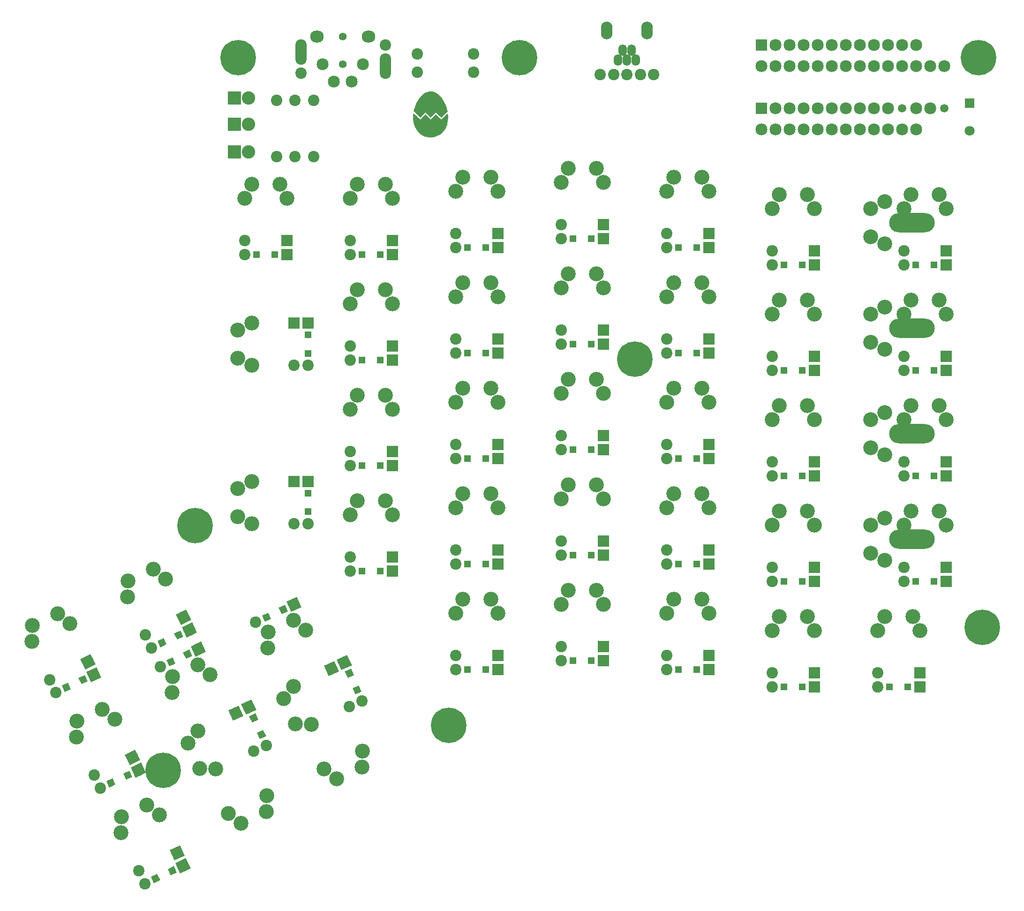
<source format=gbr>
G04 #@! TF.GenerationSoftware,KiCad,Pcbnew,(2017-04-04 revision 5dbfc0233)-makepkg*
G04 #@! TF.CreationDate,2017-04-22T22:17:14+08:00*
G04 #@! TF.ProjectId,ErgoDone,4572676F446F6E652E6B696361645F70,rev?*
G04 #@! TF.FileFunction,Soldermask,Bot*
G04 #@! TF.FilePolarity,Negative*
%FSLAX46Y46*%
G04 Gerber Fmt 4.6, Leading zero omitted, Abs format (unit mm)*
G04 Created by KiCad (PCBNEW (2017-04-04 revision 5dbfc0233)-makepkg) date 04/22/17 22:17:14*
%MOMM*%
%LPD*%
G01*
G04 APERTURE LIST*
%ADD10C,0.150000*%
%ADD11C,2.000000*%
%ADD12C,0.010000*%
%ADD13C,6.406400*%
%ADD14C,2.057400*%
%ADD15C,1.244600*%
%ADD16C,2.692400*%
%ADD17R,2.159000X2.159000*%
%ADD18C,2.159000*%
%ADD19O,2.463800X2.159000*%
%ADD20C,1.397000*%
%ADD21R,2.057400X2.057400*%
%ADD22R,1.244600X1.244600*%
%ADD23C,1.498600*%
%ADD24R,2.406400X2.406400*%
%ADD25C,2.406400*%
%ADD26O,1.549400X2.057400*%
%ADD27O,2.108200X3.200400*%
%ADD28R,1.806400X1.806400*%
%ADD29C,1.806400*%
%ADD30C,2.689860*%
%ADD31C,2.687320*%
%ADD32O,8.242300X3.479800*%
G04 APERTURE END LIST*
D10*
D11*
X78740000Y-37465000D02*
X78740000Y-34925000D01*
X93980000Y-40005000D02*
X93980000Y-37465000D01*
D12*
G36*
X99183192Y-47320749D02*
X99355496Y-47471896D01*
X99585028Y-47690626D01*
X99709662Y-47814662D01*
X100255099Y-48364991D01*
X100725892Y-47899110D01*
X101196686Y-47433229D01*
X102117314Y-48365437D01*
X102606824Y-47881036D01*
X103096333Y-47396634D01*
X103585617Y-47880812D01*
X104074901Y-48364991D01*
X104622168Y-47812815D01*
X104879655Y-47555134D01*
X105043757Y-47403991D01*
X105140200Y-47345563D01*
X105194705Y-47366027D01*
X105232997Y-47451559D01*
X105242395Y-47479518D01*
X105268149Y-47676765D01*
X105264912Y-47994978D01*
X105233458Y-48388429D01*
X105225922Y-48454768D01*
X105075863Y-49243278D01*
X104824193Y-49903450D01*
X104464865Y-50446739D01*
X103991828Y-50884600D01*
X103913474Y-50939995D01*
X103303500Y-51258689D01*
X102627834Y-51440699D01*
X101929874Y-51478653D01*
X101312351Y-51381896D01*
X100661233Y-51122623D01*
X100102315Y-50727823D01*
X99648299Y-50211484D01*
X99311888Y-49587589D01*
X99126107Y-48974666D01*
X99083130Y-48697577D01*
X99053160Y-48364729D01*
X99036857Y-48016682D01*
X99034881Y-47693996D01*
X99047892Y-47437230D01*
X99076549Y-47286944D01*
X99098279Y-47264333D01*
X99183192Y-47320749D01*
X99183192Y-47320749D01*
G37*
X99183192Y-47320749D02*
X99355496Y-47471896D01*
X99585028Y-47690626D01*
X99709662Y-47814662D01*
X100255099Y-48364991D01*
X100725892Y-47899110D01*
X101196686Y-47433229D01*
X102117314Y-48365437D01*
X102606824Y-47881036D01*
X103096333Y-47396634D01*
X103585617Y-47880812D01*
X104074901Y-48364991D01*
X104622168Y-47812815D01*
X104879655Y-47555134D01*
X105043757Y-47403991D01*
X105140200Y-47345563D01*
X105194705Y-47366027D01*
X105232997Y-47451559D01*
X105242395Y-47479518D01*
X105268149Y-47676765D01*
X105264912Y-47994978D01*
X105233458Y-48388429D01*
X105225922Y-48454768D01*
X105075863Y-49243278D01*
X104824193Y-49903450D01*
X104464865Y-50446739D01*
X103991828Y-50884600D01*
X103913474Y-50939995D01*
X103303500Y-51258689D01*
X102627834Y-51440699D01*
X101929874Y-51478653D01*
X101312351Y-51381896D01*
X100661233Y-51122623D01*
X100102315Y-50727823D01*
X99648299Y-50211484D01*
X99311888Y-49587589D01*
X99126107Y-48974666D01*
X99083130Y-48697577D01*
X99053160Y-48364729D01*
X99036857Y-48016682D01*
X99034881Y-47693996D01*
X99047892Y-47437230D01*
X99076549Y-47286944D01*
X99098279Y-47264333D01*
X99183192Y-47320749D01*
G36*
X102450398Y-43280467D02*
X102983045Y-43454025D01*
X103488349Y-43771545D01*
X103946173Y-44225659D01*
X104062180Y-44375014D01*
X104332838Y-44788000D01*
X104598212Y-45269623D01*
X104830397Y-45762805D01*
X105001494Y-46210464D01*
X105058826Y-46413886D01*
X105158995Y-46847840D01*
X104616948Y-47394749D01*
X104074901Y-47941657D01*
X103096333Y-46973301D01*
X102606824Y-47457702D01*
X102117314Y-47942104D01*
X101196686Y-47009896D01*
X100255276Y-47941482D01*
X99673073Y-47354784D01*
X99090870Y-46768085D01*
X99322551Y-46106043D01*
X99618791Y-45395940D01*
X99981319Y-44749940D01*
X100391339Y-44192766D01*
X100830060Y-43749140D01*
X101278687Y-43443785D01*
X101383625Y-43394719D01*
X101910545Y-43258242D01*
X102450398Y-43280467D01*
X102450398Y-43280467D01*
G37*
X102450398Y-43280467D02*
X102983045Y-43454025D01*
X103488349Y-43771545D01*
X103946173Y-44225659D01*
X104062180Y-44375014D01*
X104332838Y-44788000D01*
X104598212Y-45269623D01*
X104830397Y-45762805D01*
X105001494Y-46210464D01*
X105058826Y-46413886D01*
X105158995Y-46847840D01*
X104616948Y-47394749D01*
X104074901Y-47941657D01*
X103096333Y-46973301D01*
X102606824Y-47457702D01*
X102117314Y-47942104D01*
X101196686Y-47009896D01*
X100255276Y-47941482D01*
X99673073Y-47354784D01*
X99090870Y-46768085D01*
X99322551Y-46106043D01*
X99618791Y-45395940D01*
X99981319Y-44749940D01*
X100391339Y-44192766D01*
X100830060Y-43749140D01*
X101278687Y-43443785D01*
X101383625Y-43394719D01*
X101910545Y-43258242D01*
X102450398Y-43280467D01*
D13*
X139039600Y-91592400D03*
X201777600Y-140055600D03*
X53848000Y-165836600D03*
X59664600Y-121666000D03*
X105435400Y-157759400D03*
X201142600Y-37134800D03*
X118211600Y-37134800D03*
X67411600Y-37134800D03*
D14*
X78740000Y-40005000D03*
X78740000Y-37465000D03*
X78740000Y-34925000D03*
X93980000Y-40005000D03*
X93980000Y-37465000D03*
X93980000Y-34925000D03*
X53341367Y-147187736D03*
D15*
X55286576Y-146280670D03*
D10*
G36*
X54985576Y-147107661D02*
X54459585Y-145979670D01*
X55587576Y-145453679D01*
X56113567Y-146581670D01*
X54985576Y-147107661D01*
X54985576Y-147107661D01*
G37*
D14*
X60247433Y-143967384D03*
D10*
G36*
X59749862Y-145334450D02*
X58880367Y-143469813D01*
X60745004Y-142600318D01*
X61614499Y-144464955D01*
X59749862Y-145334450D01*
X59749862Y-145334450D01*
G37*
D15*
X58302224Y-144874450D03*
D10*
G36*
X58001224Y-145701441D02*
X57475233Y-144573450D01*
X58603224Y-144047459D01*
X59129215Y-145175450D01*
X58001224Y-145701441D01*
X58001224Y-145701441D01*
G37*
D14*
X70605747Y-139135936D03*
D15*
X72550956Y-138228870D03*
D10*
G36*
X72249956Y-139055861D02*
X71723965Y-137927870D01*
X72851956Y-137401879D01*
X73377947Y-138529870D01*
X72249956Y-139055861D01*
X72249956Y-139055861D01*
G37*
D14*
X77511813Y-135915584D03*
D10*
G36*
X77014242Y-137282650D02*
X76144747Y-135418013D01*
X78009384Y-134548518D01*
X78878879Y-136413155D01*
X77014242Y-137282650D01*
X77014242Y-137282650D01*
G37*
D15*
X75566604Y-136822650D03*
D10*
G36*
X75265604Y-137649641D02*
X74739613Y-136521650D01*
X75867604Y-135995659D01*
X76393595Y-137123650D01*
X75265604Y-137649641D01*
X75265604Y-137649641D01*
G37*
D16*
X77434621Y-138754526D03*
X72753017Y-143740174D03*
X79659082Y-140519823D03*
X72830577Y-140901427D03*
X60170241Y-146806326D03*
X55488637Y-151791974D03*
X62394702Y-148571623D03*
X55566197Y-148953227D03*
X85176179Y-167376434D03*
X89857783Y-162390786D03*
X82951718Y-165611137D03*
X89780223Y-165229533D03*
X67909259Y-175425694D03*
X72590863Y-170440046D03*
X65684798Y-173660397D03*
X72513303Y-173278793D03*
D14*
X74365000Y-44845000D03*
X74365000Y-55005000D03*
X77665000Y-44845000D03*
X77665000Y-55005000D03*
X81065000Y-44845000D03*
X81065000Y-55005000D03*
X99785000Y-36505000D03*
X109945000Y-36505000D03*
X99792000Y-39791000D03*
X109952000Y-39791000D03*
D17*
X161925000Y-34925000D03*
D18*
X164465000Y-34925000D03*
X167005000Y-34925000D03*
X169545000Y-34925000D03*
X172085000Y-34925000D03*
X174625000Y-34925000D03*
X177165000Y-34925000D03*
X179705000Y-34925000D03*
X182245000Y-34925000D03*
X184785000Y-34925000D03*
X187325000Y-34925000D03*
X189865000Y-34925000D03*
X189865000Y-50165000D03*
X187325000Y-50165000D03*
X184785000Y-50165000D03*
X182245000Y-50165000D03*
X179705000Y-50165000D03*
X177165000Y-50165000D03*
X174625000Y-50165000D03*
X167005000Y-50165000D03*
X164465000Y-50165000D03*
X161925000Y-50165000D03*
X172085000Y-50165000D03*
X169545000Y-50165000D03*
D19*
X90957400Y-33375600D03*
D18*
X82702400Y-38379400D03*
X87909400Y-41478200D03*
D19*
X81661000Y-33375600D03*
D18*
X84709000Y-41478200D03*
X89916000Y-38379400D03*
D20*
X86309200Y-33375600D03*
X86309200Y-38379400D03*
D16*
X74930000Y-60020200D03*
X68580000Y-62560200D03*
X76200000Y-62560200D03*
X69850000Y-60020200D03*
D14*
X68580000Y-70180200D03*
D21*
X76200000Y-70180200D03*
D14*
X68580000Y-72720200D03*
D21*
X76200000Y-72720200D03*
D22*
X70726300Y-72720200D03*
X74053700Y-72720200D03*
D16*
X67310000Y-86370160D03*
X69850000Y-92720160D03*
X69850000Y-85100160D03*
X67310000Y-91450160D03*
D14*
X77470000Y-92720160D03*
D21*
X77470000Y-85100160D03*
D14*
X80010000Y-92720160D03*
D21*
X80010000Y-85100160D03*
D22*
X80010000Y-90573860D03*
X80010000Y-87246460D03*
D16*
X67310000Y-114945160D03*
X69850000Y-121295160D03*
X69850000Y-113675160D03*
X67310000Y-120025160D03*
D14*
X77470000Y-121295160D03*
D21*
X77470000Y-113675160D03*
D14*
X80010000Y-121295160D03*
D21*
X80010000Y-113675160D03*
D22*
X80010000Y-119148860D03*
X80010000Y-115821460D03*
D16*
X189230000Y-138122660D03*
X182880000Y-140662660D03*
X190500000Y-140662660D03*
X184150000Y-138122660D03*
D14*
X182880000Y-148282660D03*
D21*
X190500000Y-148282660D03*
D14*
X182880000Y-150822660D03*
D21*
X190500000Y-150822660D03*
D22*
X185026300Y-150822660D03*
X188353700Y-150822660D03*
D16*
X93980000Y-79067660D03*
X87630000Y-81607660D03*
X95250000Y-81607660D03*
X88900000Y-79067660D03*
D14*
X87630000Y-89227660D03*
D21*
X95250000Y-89227660D03*
D14*
X87630000Y-91767660D03*
D21*
X95250000Y-91767660D03*
D22*
X89776300Y-91767660D03*
X93103700Y-91767660D03*
D16*
X42903321Y-154855586D03*
X38221717Y-159841234D03*
X45127782Y-156620883D03*
X38299277Y-157002487D03*
D14*
X41442068Y-166747299D03*
X48348133Y-163526948D03*
D10*
G36*
X47850562Y-164894014D02*
X46981067Y-163029377D01*
X48845704Y-162159882D01*
X49715199Y-164024519D01*
X47850562Y-164894014D01*
X47850562Y-164894014D01*
G37*
D14*
X42515518Y-169049321D03*
X49421584Y-165828970D03*
D10*
G36*
X48924013Y-167196036D02*
X48054518Y-165331399D01*
X49919155Y-164461904D01*
X50788650Y-166326541D01*
X48924013Y-167196036D01*
X48924013Y-167196036D01*
G37*
D15*
X44460727Y-168142255D03*
D10*
G36*
X44159727Y-168969246D02*
X43633736Y-167841255D01*
X44761727Y-167315264D01*
X45287718Y-168443255D01*
X44159727Y-168969246D01*
X44159727Y-168969246D01*
G37*
D15*
X47476375Y-166736035D03*
D10*
G36*
X47175375Y-167563026D02*
X46649384Y-166435035D01*
X47777375Y-165909044D01*
X48303366Y-167037035D01*
X47175375Y-167563026D01*
X47175375Y-167563026D01*
G37*
D16*
X50955121Y-172122506D03*
X46273517Y-177108154D03*
X53179582Y-173887803D03*
X46351077Y-174269407D03*
D14*
X49493868Y-184014219D03*
X56399933Y-180793868D03*
D10*
G36*
X55902362Y-182160934D02*
X55032867Y-180296297D01*
X56897504Y-179426802D01*
X57766999Y-181291439D01*
X55902362Y-182160934D01*
X55902362Y-182160934D01*
G37*
D14*
X50567318Y-186316241D03*
X57473384Y-183095890D03*
D10*
G36*
X56975813Y-184462956D02*
X56106318Y-182598319D01*
X57970955Y-181728824D01*
X58840450Y-183593461D01*
X56975813Y-184462956D01*
X56975813Y-184462956D01*
G37*
D15*
X52512527Y-185409175D03*
D10*
G36*
X52211527Y-186236166D02*
X51685536Y-185108175D01*
X52813527Y-184582184D01*
X53339518Y-185710175D01*
X52211527Y-186236166D01*
X52211527Y-186236166D01*
G37*
D15*
X55528175Y-184002955D03*
D10*
G36*
X55227175Y-184829946D02*
X54701184Y-183701955D01*
X55829175Y-183175964D01*
X56355166Y-184303955D01*
X55227175Y-184829946D01*
X55227175Y-184829946D01*
G37*
D16*
X34854061Y-137591206D03*
X30172457Y-142576854D03*
X37078522Y-139356503D03*
X30250017Y-139738107D03*
D14*
X33392808Y-149482919D03*
X40298873Y-146262568D03*
D10*
G36*
X39801302Y-147629634D02*
X38931807Y-145764997D01*
X40796444Y-144895502D01*
X41665939Y-146760139D01*
X39801302Y-147629634D01*
X39801302Y-147629634D01*
G37*
D14*
X34466258Y-151784941D03*
X41372324Y-148564590D03*
D10*
G36*
X40874753Y-149931656D02*
X40005258Y-148067019D01*
X41869895Y-147197524D01*
X42739390Y-149062161D01*
X40874753Y-149931656D01*
X40874753Y-149931656D01*
G37*
D15*
X36411467Y-150877875D03*
D10*
G36*
X36110467Y-151704866D02*
X35584476Y-150576875D01*
X36712467Y-150050884D01*
X37238458Y-151178875D01*
X36110467Y-151704866D01*
X36110467Y-151704866D01*
G37*
D15*
X39427115Y-149471655D03*
D10*
G36*
X39126115Y-150298646D02*
X38600124Y-149170655D01*
X39728115Y-148644664D01*
X40254106Y-149772655D01*
X39126115Y-150298646D01*
X39126115Y-150298646D01*
G37*
D16*
X52118441Y-129541946D03*
X47436837Y-134527594D03*
X54342902Y-131307243D03*
X47514397Y-131688847D03*
D14*
X50657188Y-141433659D03*
X57563253Y-138213308D03*
D10*
G36*
X57065682Y-139580374D02*
X56196187Y-137715737D01*
X58060824Y-136846242D01*
X58930319Y-138710879D01*
X57065682Y-139580374D01*
X57065682Y-139580374D01*
G37*
D14*
X51730638Y-143735681D03*
X58636704Y-140515330D03*
D10*
G36*
X58139133Y-141882396D02*
X57269638Y-140017759D01*
X59134275Y-139148264D01*
X60003770Y-141012901D01*
X58139133Y-141882396D01*
X58139133Y-141882396D01*
G37*
D15*
X53675847Y-142828615D03*
D10*
G36*
X53374847Y-143655606D02*
X52848856Y-142527615D01*
X53976847Y-142001624D01*
X54502838Y-143129615D01*
X53374847Y-143655606D01*
X53374847Y-143655606D01*
G37*
D15*
X56691495Y-141422395D03*
D10*
G36*
X56390495Y-142249386D02*
X55864504Y-141121395D01*
X56992495Y-140595404D01*
X57518486Y-141723395D01*
X56390495Y-142249386D01*
X56390495Y-142249386D01*
G37*
D16*
X170180000Y-61925200D03*
X163830000Y-64465200D03*
X171450000Y-64465200D03*
X165100000Y-61925200D03*
D14*
X163830000Y-72085200D03*
D21*
X171450000Y-72085200D03*
D14*
X163830000Y-74625200D03*
D21*
X171450000Y-74625200D03*
D22*
X165976300Y-74625200D03*
X169303700Y-74625200D03*
D16*
X151130000Y-58747660D03*
X144780000Y-61287660D03*
X152400000Y-61287660D03*
X146050000Y-58747660D03*
D14*
X144780000Y-68907660D03*
D21*
X152400000Y-68907660D03*
D14*
X144780000Y-71447660D03*
D21*
X152400000Y-71447660D03*
D22*
X146926300Y-71447660D03*
X150253700Y-71447660D03*
D16*
X132080000Y-57150000D03*
X125730000Y-59690000D03*
X133350000Y-59690000D03*
X127000000Y-57150000D03*
D14*
X125730000Y-67310000D03*
D21*
X133350000Y-67310000D03*
D14*
X125730000Y-69850000D03*
D21*
X133350000Y-69850000D03*
D22*
X127876300Y-69850000D03*
X131203700Y-69850000D03*
D16*
X113030000Y-58747660D03*
X106680000Y-61287660D03*
X114300000Y-61287660D03*
X107950000Y-58747660D03*
D14*
X106680000Y-68907660D03*
D21*
X114300000Y-68907660D03*
D14*
X106680000Y-71447660D03*
D21*
X114300000Y-71447660D03*
D22*
X108826300Y-71447660D03*
X112153700Y-71447660D03*
D16*
X151130000Y-134947660D03*
X144780000Y-137487660D03*
X152400000Y-137487660D03*
X146050000Y-134947660D03*
D14*
X144780000Y-145107660D03*
D21*
X152400000Y-145107660D03*
D14*
X144780000Y-147647660D03*
D21*
X152400000Y-147647660D03*
D22*
X146926300Y-147647660D03*
X150253700Y-147647660D03*
D16*
X170180000Y-80972660D03*
X163830000Y-83512660D03*
X171450000Y-83512660D03*
X165100000Y-80972660D03*
D14*
X163830000Y-91132660D03*
D21*
X171450000Y-91132660D03*
D14*
X163830000Y-93672660D03*
D21*
X171450000Y-93672660D03*
D22*
X165976300Y-93672660D03*
X169303700Y-93672660D03*
D16*
X132080000Y-76200000D03*
X125730000Y-78740000D03*
X133350000Y-78740000D03*
X127000000Y-76200000D03*
D14*
X125730000Y-86360000D03*
D21*
X133350000Y-86360000D03*
D14*
X125730000Y-88900000D03*
D21*
X133350000Y-88900000D03*
D22*
X127876300Y-88900000D03*
X131203700Y-88900000D03*
D16*
X113030000Y-77797660D03*
X106680000Y-80337660D03*
X114300000Y-80337660D03*
X107950000Y-77797660D03*
D14*
X106680000Y-87957660D03*
D21*
X114300000Y-87957660D03*
D14*
X106680000Y-90497660D03*
D21*
X114300000Y-90497660D03*
D22*
X108826300Y-90497660D03*
X112153700Y-90497660D03*
D16*
X170180000Y-100022660D03*
X163830000Y-102562660D03*
X171450000Y-102562660D03*
X165100000Y-100022660D03*
D14*
X163830000Y-110182660D03*
D21*
X171450000Y-110182660D03*
D14*
X163830000Y-112722660D03*
D21*
X171450000Y-112722660D03*
D22*
X165976300Y-112722660D03*
X169303700Y-112722660D03*
D16*
X151130000Y-96847660D03*
X144780000Y-99387660D03*
X152400000Y-99387660D03*
X146050000Y-96847660D03*
D14*
X144780000Y-107007660D03*
D21*
X152400000Y-107007660D03*
D14*
X144780000Y-109547660D03*
D21*
X152400000Y-109547660D03*
D22*
X146926300Y-109547660D03*
X150253700Y-109547660D03*
D16*
X132080000Y-95250000D03*
X125730000Y-97790000D03*
X133350000Y-97790000D03*
X127000000Y-95250000D03*
D14*
X125730000Y-105410000D03*
D21*
X133350000Y-105410000D03*
D14*
X125730000Y-107950000D03*
D21*
X133350000Y-107950000D03*
D22*
X127876300Y-107950000D03*
X131203700Y-107950000D03*
D16*
X113030000Y-96847660D03*
X106680000Y-99387660D03*
X114300000Y-99387660D03*
X107950000Y-96847660D03*
D14*
X106680000Y-107007660D03*
D21*
X114300000Y-107007660D03*
D14*
X106680000Y-109547660D03*
D21*
X114300000Y-109547660D03*
D22*
X108826300Y-109547660D03*
X112153700Y-109547660D03*
D16*
X93980000Y-98117660D03*
X87630000Y-100657660D03*
X95250000Y-100657660D03*
X88900000Y-98117660D03*
D14*
X87630000Y-108277660D03*
D21*
X95250000Y-108277660D03*
D14*
X87630000Y-110817660D03*
D21*
X95250000Y-110817660D03*
D22*
X89776300Y-110817660D03*
X93103700Y-110817660D03*
D16*
X170180000Y-119072660D03*
X163830000Y-121612660D03*
X171450000Y-121612660D03*
X165100000Y-119072660D03*
D14*
X163830000Y-129232660D03*
D21*
X171450000Y-129232660D03*
D14*
X163830000Y-131772660D03*
D21*
X171450000Y-131772660D03*
D22*
X165976300Y-131772660D03*
X169303700Y-131772660D03*
D16*
X151130000Y-115897660D03*
X144780000Y-118437660D03*
X152400000Y-118437660D03*
X146050000Y-115897660D03*
D14*
X144780000Y-126057660D03*
D21*
X152400000Y-126057660D03*
D14*
X144780000Y-128597660D03*
D21*
X152400000Y-128597660D03*
D22*
X146926300Y-128597660D03*
X150253700Y-128597660D03*
D16*
X132080000Y-114300000D03*
X125730000Y-116840000D03*
X133350000Y-116840000D03*
X127000000Y-114300000D03*
D14*
X125730000Y-124460000D03*
D21*
X133350000Y-124460000D03*
D14*
X125730000Y-127000000D03*
D21*
X133350000Y-127000000D03*
D22*
X127876300Y-127000000D03*
X131203700Y-127000000D03*
D16*
X113030000Y-115897660D03*
X106680000Y-118437660D03*
X114300000Y-118437660D03*
X107950000Y-115897660D03*
D14*
X106680000Y-126057660D03*
D21*
X114300000Y-126057660D03*
D14*
X106680000Y-128597660D03*
D21*
X114300000Y-128597660D03*
D22*
X108826300Y-128597660D03*
X112153700Y-128597660D03*
D16*
X93980000Y-117167660D03*
X87630000Y-119707660D03*
X95250000Y-119707660D03*
X88900000Y-117167660D03*
D14*
X87630000Y-127327660D03*
D21*
X95250000Y-127327660D03*
D14*
X87630000Y-129867660D03*
D21*
X95250000Y-129867660D03*
D22*
X89776300Y-129867660D03*
X93103700Y-129867660D03*
D16*
X170180000Y-138122660D03*
X163830000Y-140662660D03*
X171450000Y-140662660D03*
X165100000Y-138122660D03*
D14*
X163830000Y-148282660D03*
D21*
X171450000Y-148282660D03*
D14*
X163830000Y-150822660D03*
D21*
X171450000Y-150822660D03*
D22*
X165976300Y-150822660D03*
X169303700Y-150822660D03*
D16*
X132080000Y-133350000D03*
X125730000Y-135890000D03*
X133350000Y-135890000D03*
X127000000Y-133350000D03*
D14*
X125730000Y-143510000D03*
D21*
X133350000Y-143510000D03*
D14*
X125730000Y-146050000D03*
D21*
X133350000Y-146050000D03*
D22*
X127876300Y-146050000D03*
X131203700Y-146050000D03*
D16*
X113030000Y-134947660D03*
X106680000Y-137487660D03*
X114300000Y-137487660D03*
X107950000Y-134947660D03*
D14*
X106680000Y-145107660D03*
D21*
X114300000Y-145107660D03*
D14*
X106680000Y-147647660D03*
D21*
X114300000Y-147647660D03*
D22*
X108826300Y-147647660D03*
X112153700Y-147647660D03*
D16*
X75625366Y-152910359D03*
X80611014Y-157591963D03*
X77390663Y-150685898D03*
X77772267Y-157514403D03*
D14*
X87517079Y-154371612D03*
X84296728Y-147465547D03*
D10*
G36*
X85663794Y-147963118D02*
X83799157Y-148832613D01*
X82929662Y-146967976D01*
X84794299Y-146098481D01*
X85663794Y-147963118D01*
X85663794Y-147963118D01*
G37*
D14*
X89819101Y-153298162D03*
X86598750Y-146392096D03*
D10*
G36*
X87965816Y-146889667D02*
X86101179Y-147759162D01*
X85231684Y-145894525D01*
X87096321Y-145025030D01*
X87965816Y-146889667D01*
X87965816Y-146889667D01*
G37*
D15*
X88912035Y-151352953D03*
D10*
G36*
X89739026Y-151653953D02*
X88611035Y-152179944D01*
X88085044Y-151051953D01*
X89213035Y-150525962D01*
X89739026Y-151653953D01*
X89739026Y-151653953D01*
G37*
D15*
X87505815Y-148337305D03*
D10*
G36*
X88332806Y-148638305D02*
X87204815Y-149164296D01*
X86678824Y-148036305D01*
X87806815Y-147510314D01*
X88332806Y-148638305D01*
X88332806Y-148638305D01*
G37*
D16*
X58360986Y-160962159D03*
X63346634Y-165643763D03*
X60126283Y-158737698D03*
X60507887Y-165566203D03*
D14*
X70252699Y-162423412D03*
X67032348Y-155517347D03*
D10*
G36*
X68399414Y-156014918D02*
X66534777Y-156884413D01*
X65665282Y-155019776D01*
X67529919Y-154150281D01*
X68399414Y-156014918D01*
X68399414Y-156014918D01*
G37*
D14*
X72554721Y-161349962D03*
X69334370Y-154443896D03*
D10*
G36*
X70701436Y-154941467D02*
X68836799Y-155810962D01*
X67967304Y-153946325D01*
X69831941Y-153076830D01*
X70701436Y-154941467D01*
X70701436Y-154941467D01*
G37*
D15*
X71647655Y-159404753D03*
D10*
G36*
X72474646Y-159705753D02*
X71346655Y-160231744D01*
X70820664Y-159103753D01*
X71948655Y-158577762D01*
X72474646Y-159705753D01*
X72474646Y-159705753D01*
G37*
D15*
X70241435Y-156389105D03*
D10*
G36*
X71068426Y-156690105D02*
X69940435Y-157216096D01*
X69414444Y-156088105D01*
X70542435Y-155562114D01*
X71068426Y-156690105D01*
X71068426Y-156690105D01*
G37*
D16*
X151130000Y-77797660D03*
X144780000Y-80337660D03*
X152400000Y-80337660D03*
X146050000Y-77797660D03*
D14*
X144780000Y-87957660D03*
D21*
X152400000Y-87957660D03*
D14*
X144780000Y-90497660D03*
D21*
X152400000Y-90497660D03*
D22*
X146926300Y-90497660D03*
X150253700Y-90497660D03*
D16*
X93980000Y-60020200D03*
X87630000Y-62560200D03*
X95250000Y-62560200D03*
X88900000Y-60020200D03*
D14*
X87630000Y-70180200D03*
D21*
X95250000Y-70180200D03*
D14*
X87630000Y-72720200D03*
D21*
X95250000Y-72720200D03*
D22*
X89776300Y-72720200D03*
X93103700Y-72720200D03*
D18*
X164450000Y-46330000D03*
X166990000Y-46330000D03*
X169530000Y-46330000D03*
X172070000Y-46330000D03*
X174610000Y-46330000D03*
X177150000Y-46330000D03*
X179690000Y-46330000D03*
X182230000Y-46330000D03*
X184770000Y-46330000D03*
D23*
X187310000Y-46330000D03*
D18*
X189850000Y-46330000D03*
X192390000Y-46330000D03*
D23*
X194930000Y-46330000D03*
D17*
X161910000Y-46330000D03*
D18*
X194930000Y-38710000D03*
X192390000Y-38710000D03*
X189850000Y-38710000D03*
X187310000Y-38710000D03*
X184770000Y-38710000D03*
X182230000Y-38710000D03*
X179690000Y-38710000D03*
X177150000Y-38710000D03*
X174610000Y-38710000D03*
X172070000Y-38710000D03*
X169530000Y-38710000D03*
X166990000Y-38710000D03*
X164450000Y-38710000D03*
X161910000Y-38710000D03*
D24*
X66775000Y-44455000D03*
D25*
X69315000Y-44455000D03*
D24*
X66775000Y-49165000D03*
D25*
X69315000Y-49165000D03*
D24*
X66775000Y-54165000D03*
D25*
X69315000Y-54165000D03*
D26*
X136042400Y-37553900D03*
X136842500Y-35806380D03*
X137642600Y-37553900D03*
X138442700Y-35806380D03*
X139242800Y-37553900D03*
D27*
X141290040Y-32230060D03*
X133995160Y-32230060D03*
D14*
X135229600Y-40259000D03*
X132816600Y-40259000D03*
X137642600Y-40259000D03*
X142468600Y-40259000D03*
X140055600Y-40259000D03*
D28*
X199475000Y-45375000D03*
D29*
X199475000Y-50375000D03*
D16*
X193992500Y-119072660D03*
X187642500Y-121612660D03*
D30*
X195262500Y-121612660D03*
D16*
X188912500Y-119072660D03*
D14*
X187642500Y-129232660D03*
D21*
X195262500Y-129232660D03*
D14*
X187642500Y-131772660D03*
D21*
X195262500Y-131772660D03*
D22*
X189788800Y-131772660D03*
X193116200Y-131772660D03*
D31*
X181610000Y-121612660D03*
X184150000Y-120342660D03*
X184150000Y-127962660D03*
X181610000Y-126692660D03*
D32*
X189069980Y-124152660D03*
D16*
X193992500Y-100022660D03*
X187642500Y-102562660D03*
D30*
X195262500Y-102562660D03*
D16*
X188912500Y-100022660D03*
D14*
X187642500Y-110182660D03*
D21*
X195262500Y-110182660D03*
D14*
X187642500Y-112722660D03*
D21*
X195262500Y-112722660D03*
D22*
X189788800Y-112722660D03*
X193116200Y-112722660D03*
D31*
X181610000Y-102562660D03*
X184150000Y-101292660D03*
X184150000Y-108912660D03*
X181610000Y-107642660D03*
D32*
X189069980Y-105102660D03*
D16*
X193992500Y-80972660D03*
X187642500Y-83512660D03*
D30*
X195262500Y-83512660D03*
D16*
X188912500Y-80972660D03*
D14*
X187642500Y-91132660D03*
D21*
X195262500Y-91132660D03*
D14*
X187642500Y-93672660D03*
D21*
X195262500Y-93672660D03*
D22*
X189788800Y-93672660D03*
X193116200Y-93672660D03*
D31*
X181610000Y-83512660D03*
X184150000Y-82242660D03*
X184150000Y-89862660D03*
X181610000Y-88592660D03*
D32*
X189069980Y-86052660D03*
D16*
X193992500Y-61925200D03*
X187642500Y-64465200D03*
D30*
X195262500Y-64465200D03*
D16*
X188912500Y-61925200D03*
D14*
X187642500Y-72085200D03*
D21*
X195262500Y-72085200D03*
D14*
X187642500Y-74625200D03*
D21*
X195262500Y-74625200D03*
D22*
X189788800Y-74625200D03*
X193116200Y-74625200D03*
D31*
X181610000Y-64465200D03*
X184150000Y-63195200D03*
X184150000Y-70815200D03*
X181610000Y-69545200D03*
D32*
X189069980Y-67005200D03*
M02*

</source>
